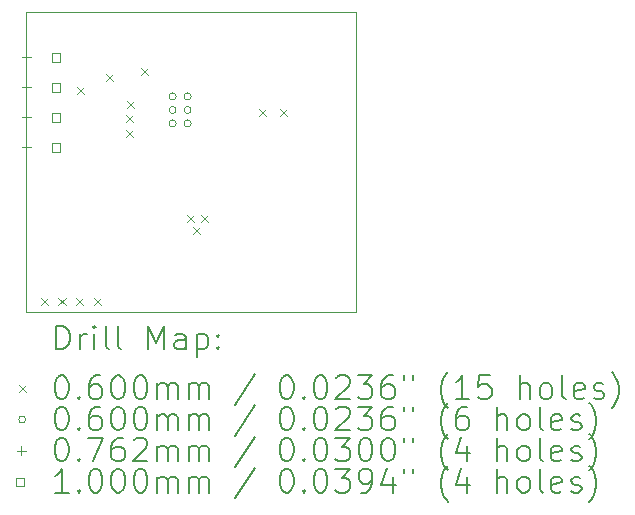
<source format=gbr>
%TF.GenerationSoftware,KiCad,Pcbnew,(6.0.8)*%
%TF.CreationDate,2023-05-10T13:59:26+02:00*%
%TF.ProjectId,02_Batt_Alim,30325f42-6174-4745-9f41-6c696d2e6b69,rev?*%
%TF.SameCoordinates,Original*%
%TF.FileFunction,Drillmap*%
%TF.FilePolarity,Positive*%
%FSLAX45Y45*%
G04 Gerber Fmt 4.5, Leading zero omitted, Abs format (unit mm)*
G04 Created by KiCad (PCBNEW (6.0.8)) date 2023-05-10 13:59:26*
%MOMM*%
%LPD*%
G01*
G04 APERTURE LIST*
%ADD10C,0.050000*%
%ADD11C,0.200000*%
%ADD12C,0.060000*%
%ADD13C,0.076200*%
%ADD14C,0.100000*%
G04 APERTURE END LIST*
D10*
X12954000Y-8763000D02*
X10160000Y-8763000D01*
X10160000Y-6223000D02*
X10160000Y-6477000D01*
X10160000Y-6223000D02*
X12954000Y-6223000D01*
X10160000Y-7493000D02*
X10160000Y-8763000D01*
X10160000Y-7493000D02*
X10160000Y-6477000D01*
X12954000Y-6223000D02*
X12954000Y-8763000D01*
D11*
D12*
X10284000Y-8644000D02*
X10344000Y-8704000D01*
X10344000Y-8644000D02*
X10284000Y-8704000D01*
X10434000Y-8644000D02*
X10494000Y-8704000D01*
X10494000Y-8644000D02*
X10434000Y-8704000D01*
X10584000Y-8644000D02*
X10644000Y-8704000D01*
X10644000Y-8644000D02*
X10584000Y-8704000D01*
X10594000Y-6854000D02*
X10654000Y-6914000D01*
X10654000Y-6854000D02*
X10594000Y-6914000D01*
X10734000Y-8644000D02*
X10794000Y-8704000D01*
X10794000Y-8644000D02*
X10734000Y-8704000D01*
X10834000Y-6744000D02*
X10894000Y-6804000D01*
X10894000Y-6744000D02*
X10834000Y-6804000D01*
X11009000Y-7094000D02*
X11069000Y-7154000D01*
X11069000Y-7094000D02*
X11009000Y-7154000D01*
X11009000Y-7219000D02*
X11069000Y-7279000D01*
X11069000Y-7219000D02*
X11009000Y-7279000D01*
X11014000Y-6973424D02*
X11074000Y-7033424D01*
X11074000Y-6973424D02*
X11014000Y-7033424D01*
X11134000Y-6694000D02*
X11194000Y-6754000D01*
X11194000Y-6694000D02*
X11134000Y-6754000D01*
X11521920Y-7935440D02*
X11581920Y-7995440D01*
X11581920Y-7935440D02*
X11521920Y-7995440D01*
X11575260Y-8042120D02*
X11635260Y-8102120D01*
X11635260Y-8042120D02*
X11575260Y-8102120D01*
X11638760Y-7940520D02*
X11698760Y-8000520D01*
X11698760Y-7940520D02*
X11638760Y-8000520D01*
X12134060Y-7038820D02*
X12194060Y-7098820D01*
X12194060Y-7038820D02*
X12134060Y-7098820D01*
X12306780Y-7038820D02*
X12366780Y-7098820D01*
X12366780Y-7038820D02*
X12306780Y-7098820D01*
X11430500Y-6934700D02*
G75*
G03*
X11430500Y-6934700I-30000J0D01*
G01*
X11430500Y-7049000D02*
G75*
G03*
X11430500Y-7049000I-30000J0D01*
G01*
X11430500Y-7163300D02*
G75*
G03*
X11430500Y-7163300I-30000J0D01*
G01*
X11557500Y-6934700D02*
G75*
G03*
X11557500Y-6934700I-30000J0D01*
G01*
X11557500Y-7049000D02*
G75*
G03*
X11557500Y-7049000I-30000J0D01*
G01*
X11557500Y-7163300D02*
G75*
G03*
X11557500Y-7163300I-30000J0D01*
G01*
D13*
X10160000Y-6565900D02*
X10160000Y-6642100D01*
X10121900Y-6604000D02*
X10198100Y-6604000D01*
X10160000Y-6819900D02*
X10160000Y-6896100D01*
X10121900Y-6858000D02*
X10198100Y-6858000D01*
X10160000Y-7073900D02*
X10160000Y-7150100D01*
X10121900Y-7112000D02*
X10198100Y-7112000D01*
X10160000Y-7327900D02*
X10160000Y-7404100D01*
X10121900Y-7366000D02*
X10198100Y-7366000D01*
D14*
X10449356Y-6639356D02*
X10449356Y-6568644D01*
X10378644Y-6568644D01*
X10378644Y-6639356D01*
X10449356Y-6639356D01*
X10449356Y-6893356D02*
X10449356Y-6822644D01*
X10378644Y-6822644D01*
X10378644Y-6893356D01*
X10449356Y-6893356D01*
X10449356Y-7147356D02*
X10449356Y-7076644D01*
X10378644Y-7076644D01*
X10378644Y-7147356D01*
X10449356Y-7147356D01*
X10449356Y-7401356D02*
X10449356Y-7330644D01*
X10378644Y-7330644D01*
X10378644Y-7401356D01*
X10449356Y-7401356D01*
D11*
X10415119Y-9075976D02*
X10415119Y-8875976D01*
X10462738Y-8875976D01*
X10491310Y-8885500D01*
X10510357Y-8904548D01*
X10519881Y-8923595D01*
X10529405Y-8961690D01*
X10529405Y-8990262D01*
X10519881Y-9028357D01*
X10510357Y-9047405D01*
X10491310Y-9066452D01*
X10462738Y-9075976D01*
X10415119Y-9075976D01*
X10615119Y-9075976D02*
X10615119Y-8942643D01*
X10615119Y-8980738D02*
X10624643Y-8961690D01*
X10634167Y-8952167D01*
X10653214Y-8942643D01*
X10672262Y-8942643D01*
X10738929Y-9075976D02*
X10738929Y-8942643D01*
X10738929Y-8875976D02*
X10729405Y-8885500D01*
X10738929Y-8895024D01*
X10748452Y-8885500D01*
X10738929Y-8875976D01*
X10738929Y-8895024D01*
X10862738Y-9075976D02*
X10843690Y-9066452D01*
X10834167Y-9047405D01*
X10834167Y-8875976D01*
X10967500Y-9075976D02*
X10948452Y-9066452D01*
X10938929Y-9047405D01*
X10938929Y-8875976D01*
X11196071Y-9075976D02*
X11196071Y-8875976D01*
X11262738Y-9018833D01*
X11329405Y-8875976D01*
X11329405Y-9075976D01*
X11510357Y-9075976D02*
X11510357Y-8971214D01*
X11500833Y-8952167D01*
X11481786Y-8942643D01*
X11443690Y-8942643D01*
X11424643Y-8952167D01*
X11510357Y-9066452D02*
X11491309Y-9075976D01*
X11443690Y-9075976D01*
X11424643Y-9066452D01*
X11415119Y-9047405D01*
X11415119Y-9028357D01*
X11424643Y-9009310D01*
X11443690Y-8999786D01*
X11491309Y-8999786D01*
X11510357Y-8990262D01*
X11605595Y-8942643D02*
X11605595Y-9142643D01*
X11605595Y-8952167D02*
X11624643Y-8942643D01*
X11662738Y-8942643D01*
X11681786Y-8952167D01*
X11691309Y-8961690D01*
X11700833Y-8980738D01*
X11700833Y-9037881D01*
X11691309Y-9056929D01*
X11681786Y-9066452D01*
X11662738Y-9075976D01*
X11624643Y-9075976D01*
X11605595Y-9066452D01*
X11786548Y-9056929D02*
X11796071Y-9066452D01*
X11786548Y-9075976D01*
X11777024Y-9066452D01*
X11786548Y-9056929D01*
X11786548Y-9075976D01*
X11786548Y-8952167D02*
X11796071Y-8961690D01*
X11786548Y-8971214D01*
X11777024Y-8961690D01*
X11786548Y-8952167D01*
X11786548Y-8971214D01*
D12*
X10097500Y-9375500D02*
X10157500Y-9435500D01*
X10157500Y-9375500D02*
X10097500Y-9435500D01*
D11*
X10453214Y-9295976D02*
X10472262Y-9295976D01*
X10491310Y-9305500D01*
X10500833Y-9315024D01*
X10510357Y-9334071D01*
X10519881Y-9372167D01*
X10519881Y-9419786D01*
X10510357Y-9457881D01*
X10500833Y-9476929D01*
X10491310Y-9486452D01*
X10472262Y-9495976D01*
X10453214Y-9495976D01*
X10434167Y-9486452D01*
X10424643Y-9476929D01*
X10415119Y-9457881D01*
X10405595Y-9419786D01*
X10405595Y-9372167D01*
X10415119Y-9334071D01*
X10424643Y-9315024D01*
X10434167Y-9305500D01*
X10453214Y-9295976D01*
X10605595Y-9476929D02*
X10615119Y-9486452D01*
X10605595Y-9495976D01*
X10596071Y-9486452D01*
X10605595Y-9476929D01*
X10605595Y-9495976D01*
X10786548Y-9295976D02*
X10748452Y-9295976D01*
X10729405Y-9305500D01*
X10719881Y-9315024D01*
X10700833Y-9343595D01*
X10691310Y-9381690D01*
X10691310Y-9457881D01*
X10700833Y-9476929D01*
X10710357Y-9486452D01*
X10729405Y-9495976D01*
X10767500Y-9495976D01*
X10786548Y-9486452D01*
X10796071Y-9476929D01*
X10805595Y-9457881D01*
X10805595Y-9410262D01*
X10796071Y-9391214D01*
X10786548Y-9381690D01*
X10767500Y-9372167D01*
X10729405Y-9372167D01*
X10710357Y-9381690D01*
X10700833Y-9391214D01*
X10691310Y-9410262D01*
X10929405Y-9295976D02*
X10948452Y-9295976D01*
X10967500Y-9305500D01*
X10977024Y-9315024D01*
X10986548Y-9334071D01*
X10996071Y-9372167D01*
X10996071Y-9419786D01*
X10986548Y-9457881D01*
X10977024Y-9476929D01*
X10967500Y-9486452D01*
X10948452Y-9495976D01*
X10929405Y-9495976D01*
X10910357Y-9486452D01*
X10900833Y-9476929D01*
X10891310Y-9457881D01*
X10881786Y-9419786D01*
X10881786Y-9372167D01*
X10891310Y-9334071D01*
X10900833Y-9315024D01*
X10910357Y-9305500D01*
X10929405Y-9295976D01*
X11119881Y-9295976D02*
X11138929Y-9295976D01*
X11157976Y-9305500D01*
X11167500Y-9315024D01*
X11177024Y-9334071D01*
X11186548Y-9372167D01*
X11186548Y-9419786D01*
X11177024Y-9457881D01*
X11167500Y-9476929D01*
X11157976Y-9486452D01*
X11138929Y-9495976D01*
X11119881Y-9495976D01*
X11100833Y-9486452D01*
X11091310Y-9476929D01*
X11081786Y-9457881D01*
X11072262Y-9419786D01*
X11072262Y-9372167D01*
X11081786Y-9334071D01*
X11091310Y-9315024D01*
X11100833Y-9305500D01*
X11119881Y-9295976D01*
X11272262Y-9495976D02*
X11272262Y-9362643D01*
X11272262Y-9381690D02*
X11281786Y-9372167D01*
X11300833Y-9362643D01*
X11329405Y-9362643D01*
X11348452Y-9372167D01*
X11357976Y-9391214D01*
X11357976Y-9495976D01*
X11357976Y-9391214D02*
X11367500Y-9372167D01*
X11386548Y-9362643D01*
X11415119Y-9362643D01*
X11434167Y-9372167D01*
X11443690Y-9391214D01*
X11443690Y-9495976D01*
X11538928Y-9495976D02*
X11538928Y-9362643D01*
X11538928Y-9381690D02*
X11548452Y-9372167D01*
X11567500Y-9362643D01*
X11596071Y-9362643D01*
X11615119Y-9372167D01*
X11624643Y-9391214D01*
X11624643Y-9495976D01*
X11624643Y-9391214D02*
X11634167Y-9372167D01*
X11653214Y-9362643D01*
X11681786Y-9362643D01*
X11700833Y-9372167D01*
X11710357Y-9391214D01*
X11710357Y-9495976D01*
X12100833Y-9286452D02*
X11929405Y-9543595D01*
X12357976Y-9295976D02*
X12377024Y-9295976D01*
X12396071Y-9305500D01*
X12405595Y-9315024D01*
X12415119Y-9334071D01*
X12424643Y-9372167D01*
X12424643Y-9419786D01*
X12415119Y-9457881D01*
X12405595Y-9476929D01*
X12396071Y-9486452D01*
X12377024Y-9495976D01*
X12357976Y-9495976D01*
X12338928Y-9486452D01*
X12329405Y-9476929D01*
X12319881Y-9457881D01*
X12310357Y-9419786D01*
X12310357Y-9372167D01*
X12319881Y-9334071D01*
X12329405Y-9315024D01*
X12338928Y-9305500D01*
X12357976Y-9295976D01*
X12510357Y-9476929D02*
X12519881Y-9486452D01*
X12510357Y-9495976D01*
X12500833Y-9486452D01*
X12510357Y-9476929D01*
X12510357Y-9495976D01*
X12643690Y-9295976D02*
X12662738Y-9295976D01*
X12681786Y-9305500D01*
X12691309Y-9315024D01*
X12700833Y-9334071D01*
X12710357Y-9372167D01*
X12710357Y-9419786D01*
X12700833Y-9457881D01*
X12691309Y-9476929D01*
X12681786Y-9486452D01*
X12662738Y-9495976D01*
X12643690Y-9495976D01*
X12624643Y-9486452D01*
X12615119Y-9476929D01*
X12605595Y-9457881D01*
X12596071Y-9419786D01*
X12596071Y-9372167D01*
X12605595Y-9334071D01*
X12615119Y-9315024D01*
X12624643Y-9305500D01*
X12643690Y-9295976D01*
X12786548Y-9315024D02*
X12796071Y-9305500D01*
X12815119Y-9295976D01*
X12862738Y-9295976D01*
X12881786Y-9305500D01*
X12891309Y-9315024D01*
X12900833Y-9334071D01*
X12900833Y-9353119D01*
X12891309Y-9381690D01*
X12777024Y-9495976D01*
X12900833Y-9495976D01*
X12967500Y-9295976D02*
X13091309Y-9295976D01*
X13024643Y-9372167D01*
X13053214Y-9372167D01*
X13072262Y-9381690D01*
X13081786Y-9391214D01*
X13091309Y-9410262D01*
X13091309Y-9457881D01*
X13081786Y-9476929D01*
X13072262Y-9486452D01*
X13053214Y-9495976D01*
X12996071Y-9495976D01*
X12977024Y-9486452D01*
X12967500Y-9476929D01*
X13262738Y-9295976D02*
X13224643Y-9295976D01*
X13205595Y-9305500D01*
X13196071Y-9315024D01*
X13177024Y-9343595D01*
X13167500Y-9381690D01*
X13167500Y-9457881D01*
X13177024Y-9476929D01*
X13186548Y-9486452D01*
X13205595Y-9495976D01*
X13243690Y-9495976D01*
X13262738Y-9486452D01*
X13272262Y-9476929D01*
X13281786Y-9457881D01*
X13281786Y-9410262D01*
X13272262Y-9391214D01*
X13262738Y-9381690D01*
X13243690Y-9372167D01*
X13205595Y-9372167D01*
X13186548Y-9381690D01*
X13177024Y-9391214D01*
X13167500Y-9410262D01*
X13357976Y-9295976D02*
X13357976Y-9334071D01*
X13434167Y-9295976D02*
X13434167Y-9334071D01*
X13729405Y-9572167D02*
X13719881Y-9562643D01*
X13700833Y-9534071D01*
X13691309Y-9515024D01*
X13681786Y-9486452D01*
X13672262Y-9438833D01*
X13672262Y-9400738D01*
X13681786Y-9353119D01*
X13691309Y-9324548D01*
X13700833Y-9305500D01*
X13719881Y-9276929D01*
X13729405Y-9267405D01*
X13910357Y-9495976D02*
X13796071Y-9495976D01*
X13853214Y-9495976D02*
X13853214Y-9295976D01*
X13834167Y-9324548D01*
X13815119Y-9343595D01*
X13796071Y-9353119D01*
X14091309Y-9295976D02*
X13996071Y-9295976D01*
X13986548Y-9391214D01*
X13996071Y-9381690D01*
X14015119Y-9372167D01*
X14062738Y-9372167D01*
X14081786Y-9381690D01*
X14091309Y-9391214D01*
X14100833Y-9410262D01*
X14100833Y-9457881D01*
X14091309Y-9476929D01*
X14081786Y-9486452D01*
X14062738Y-9495976D01*
X14015119Y-9495976D01*
X13996071Y-9486452D01*
X13986548Y-9476929D01*
X14338928Y-9495976D02*
X14338928Y-9295976D01*
X14424643Y-9495976D02*
X14424643Y-9391214D01*
X14415119Y-9372167D01*
X14396071Y-9362643D01*
X14367500Y-9362643D01*
X14348452Y-9372167D01*
X14338928Y-9381690D01*
X14548452Y-9495976D02*
X14529405Y-9486452D01*
X14519881Y-9476929D01*
X14510357Y-9457881D01*
X14510357Y-9400738D01*
X14519881Y-9381690D01*
X14529405Y-9372167D01*
X14548452Y-9362643D01*
X14577024Y-9362643D01*
X14596071Y-9372167D01*
X14605595Y-9381690D01*
X14615119Y-9400738D01*
X14615119Y-9457881D01*
X14605595Y-9476929D01*
X14596071Y-9486452D01*
X14577024Y-9495976D01*
X14548452Y-9495976D01*
X14729405Y-9495976D02*
X14710357Y-9486452D01*
X14700833Y-9467405D01*
X14700833Y-9295976D01*
X14881786Y-9486452D02*
X14862738Y-9495976D01*
X14824643Y-9495976D01*
X14805595Y-9486452D01*
X14796071Y-9467405D01*
X14796071Y-9391214D01*
X14805595Y-9372167D01*
X14824643Y-9362643D01*
X14862738Y-9362643D01*
X14881786Y-9372167D01*
X14891309Y-9391214D01*
X14891309Y-9410262D01*
X14796071Y-9429310D01*
X14967500Y-9486452D02*
X14986548Y-9495976D01*
X15024643Y-9495976D01*
X15043690Y-9486452D01*
X15053214Y-9467405D01*
X15053214Y-9457881D01*
X15043690Y-9438833D01*
X15024643Y-9429310D01*
X14996071Y-9429310D01*
X14977024Y-9419786D01*
X14967500Y-9400738D01*
X14967500Y-9391214D01*
X14977024Y-9372167D01*
X14996071Y-9362643D01*
X15024643Y-9362643D01*
X15043690Y-9372167D01*
X15119881Y-9572167D02*
X15129405Y-9562643D01*
X15148452Y-9534071D01*
X15157976Y-9515024D01*
X15167500Y-9486452D01*
X15177024Y-9438833D01*
X15177024Y-9400738D01*
X15167500Y-9353119D01*
X15157976Y-9324548D01*
X15148452Y-9305500D01*
X15129405Y-9276929D01*
X15119881Y-9267405D01*
D12*
X10157500Y-9669500D02*
G75*
G03*
X10157500Y-9669500I-30000J0D01*
G01*
D11*
X10453214Y-9559976D02*
X10472262Y-9559976D01*
X10491310Y-9569500D01*
X10500833Y-9579024D01*
X10510357Y-9598071D01*
X10519881Y-9636167D01*
X10519881Y-9683786D01*
X10510357Y-9721881D01*
X10500833Y-9740929D01*
X10491310Y-9750452D01*
X10472262Y-9759976D01*
X10453214Y-9759976D01*
X10434167Y-9750452D01*
X10424643Y-9740929D01*
X10415119Y-9721881D01*
X10405595Y-9683786D01*
X10405595Y-9636167D01*
X10415119Y-9598071D01*
X10424643Y-9579024D01*
X10434167Y-9569500D01*
X10453214Y-9559976D01*
X10605595Y-9740929D02*
X10615119Y-9750452D01*
X10605595Y-9759976D01*
X10596071Y-9750452D01*
X10605595Y-9740929D01*
X10605595Y-9759976D01*
X10786548Y-9559976D02*
X10748452Y-9559976D01*
X10729405Y-9569500D01*
X10719881Y-9579024D01*
X10700833Y-9607595D01*
X10691310Y-9645690D01*
X10691310Y-9721881D01*
X10700833Y-9740929D01*
X10710357Y-9750452D01*
X10729405Y-9759976D01*
X10767500Y-9759976D01*
X10786548Y-9750452D01*
X10796071Y-9740929D01*
X10805595Y-9721881D01*
X10805595Y-9674262D01*
X10796071Y-9655214D01*
X10786548Y-9645690D01*
X10767500Y-9636167D01*
X10729405Y-9636167D01*
X10710357Y-9645690D01*
X10700833Y-9655214D01*
X10691310Y-9674262D01*
X10929405Y-9559976D02*
X10948452Y-9559976D01*
X10967500Y-9569500D01*
X10977024Y-9579024D01*
X10986548Y-9598071D01*
X10996071Y-9636167D01*
X10996071Y-9683786D01*
X10986548Y-9721881D01*
X10977024Y-9740929D01*
X10967500Y-9750452D01*
X10948452Y-9759976D01*
X10929405Y-9759976D01*
X10910357Y-9750452D01*
X10900833Y-9740929D01*
X10891310Y-9721881D01*
X10881786Y-9683786D01*
X10881786Y-9636167D01*
X10891310Y-9598071D01*
X10900833Y-9579024D01*
X10910357Y-9569500D01*
X10929405Y-9559976D01*
X11119881Y-9559976D02*
X11138929Y-9559976D01*
X11157976Y-9569500D01*
X11167500Y-9579024D01*
X11177024Y-9598071D01*
X11186548Y-9636167D01*
X11186548Y-9683786D01*
X11177024Y-9721881D01*
X11167500Y-9740929D01*
X11157976Y-9750452D01*
X11138929Y-9759976D01*
X11119881Y-9759976D01*
X11100833Y-9750452D01*
X11091310Y-9740929D01*
X11081786Y-9721881D01*
X11072262Y-9683786D01*
X11072262Y-9636167D01*
X11081786Y-9598071D01*
X11091310Y-9579024D01*
X11100833Y-9569500D01*
X11119881Y-9559976D01*
X11272262Y-9759976D02*
X11272262Y-9626643D01*
X11272262Y-9645690D02*
X11281786Y-9636167D01*
X11300833Y-9626643D01*
X11329405Y-9626643D01*
X11348452Y-9636167D01*
X11357976Y-9655214D01*
X11357976Y-9759976D01*
X11357976Y-9655214D02*
X11367500Y-9636167D01*
X11386548Y-9626643D01*
X11415119Y-9626643D01*
X11434167Y-9636167D01*
X11443690Y-9655214D01*
X11443690Y-9759976D01*
X11538928Y-9759976D02*
X11538928Y-9626643D01*
X11538928Y-9645690D02*
X11548452Y-9636167D01*
X11567500Y-9626643D01*
X11596071Y-9626643D01*
X11615119Y-9636167D01*
X11624643Y-9655214D01*
X11624643Y-9759976D01*
X11624643Y-9655214D02*
X11634167Y-9636167D01*
X11653214Y-9626643D01*
X11681786Y-9626643D01*
X11700833Y-9636167D01*
X11710357Y-9655214D01*
X11710357Y-9759976D01*
X12100833Y-9550452D02*
X11929405Y-9807595D01*
X12357976Y-9559976D02*
X12377024Y-9559976D01*
X12396071Y-9569500D01*
X12405595Y-9579024D01*
X12415119Y-9598071D01*
X12424643Y-9636167D01*
X12424643Y-9683786D01*
X12415119Y-9721881D01*
X12405595Y-9740929D01*
X12396071Y-9750452D01*
X12377024Y-9759976D01*
X12357976Y-9759976D01*
X12338928Y-9750452D01*
X12329405Y-9740929D01*
X12319881Y-9721881D01*
X12310357Y-9683786D01*
X12310357Y-9636167D01*
X12319881Y-9598071D01*
X12329405Y-9579024D01*
X12338928Y-9569500D01*
X12357976Y-9559976D01*
X12510357Y-9740929D02*
X12519881Y-9750452D01*
X12510357Y-9759976D01*
X12500833Y-9750452D01*
X12510357Y-9740929D01*
X12510357Y-9759976D01*
X12643690Y-9559976D02*
X12662738Y-9559976D01*
X12681786Y-9569500D01*
X12691309Y-9579024D01*
X12700833Y-9598071D01*
X12710357Y-9636167D01*
X12710357Y-9683786D01*
X12700833Y-9721881D01*
X12691309Y-9740929D01*
X12681786Y-9750452D01*
X12662738Y-9759976D01*
X12643690Y-9759976D01*
X12624643Y-9750452D01*
X12615119Y-9740929D01*
X12605595Y-9721881D01*
X12596071Y-9683786D01*
X12596071Y-9636167D01*
X12605595Y-9598071D01*
X12615119Y-9579024D01*
X12624643Y-9569500D01*
X12643690Y-9559976D01*
X12786548Y-9579024D02*
X12796071Y-9569500D01*
X12815119Y-9559976D01*
X12862738Y-9559976D01*
X12881786Y-9569500D01*
X12891309Y-9579024D01*
X12900833Y-9598071D01*
X12900833Y-9617119D01*
X12891309Y-9645690D01*
X12777024Y-9759976D01*
X12900833Y-9759976D01*
X12967500Y-9559976D02*
X13091309Y-9559976D01*
X13024643Y-9636167D01*
X13053214Y-9636167D01*
X13072262Y-9645690D01*
X13081786Y-9655214D01*
X13091309Y-9674262D01*
X13091309Y-9721881D01*
X13081786Y-9740929D01*
X13072262Y-9750452D01*
X13053214Y-9759976D01*
X12996071Y-9759976D01*
X12977024Y-9750452D01*
X12967500Y-9740929D01*
X13262738Y-9559976D02*
X13224643Y-9559976D01*
X13205595Y-9569500D01*
X13196071Y-9579024D01*
X13177024Y-9607595D01*
X13167500Y-9645690D01*
X13167500Y-9721881D01*
X13177024Y-9740929D01*
X13186548Y-9750452D01*
X13205595Y-9759976D01*
X13243690Y-9759976D01*
X13262738Y-9750452D01*
X13272262Y-9740929D01*
X13281786Y-9721881D01*
X13281786Y-9674262D01*
X13272262Y-9655214D01*
X13262738Y-9645690D01*
X13243690Y-9636167D01*
X13205595Y-9636167D01*
X13186548Y-9645690D01*
X13177024Y-9655214D01*
X13167500Y-9674262D01*
X13357976Y-9559976D02*
X13357976Y-9598071D01*
X13434167Y-9559976D02*
X13434167Y-9598071D01*
X13729405Y-9836167D02*
X13719881Y-9826643D01*
X13700833Y-9798071D01*
X13691309Y-9779024D01*
X13681786Y-9750452D01*
X13672262Y-9702833D01*
X13672262Y-9664738D01*
X13681786Y-9617119D01*
X13691309Y-9588548D01*
X13700833Y-9569500D01*
X13719881Y-9540929D01*
X13729405Y-9531405D01*
X13891309Y-9559976D02*
X13853214Y-9559976D01*
X13834167Y-9569500D01*
X13824643Y-9579024D01*
X13805595Y-9607595D01*
X13796071Y-9645690D01*
X13796071Y-9721881D01*
X13805595Y-9740929D01*
X13815119Y-9750452D01*
X13834167Y-9759976D01*
X13872262Y-9759976D01*
X13891309Y-9750452D01*
X13900833Y-9740929D01*
X13910357Y-9721881D01*
X13910357Y-9674262D01*
X13900833Y-9655214D01*
X13891309Y-9645690D01*
X13872262Y-9636167D01*
X13834167Y-9636167D01*
X13815119Y-9645690D01*
X13805595Y-9655214D01*
X13796071Y-9674262D01*
X14148452Y-9759976D02*
X14148452Y-9559976D01*
X14234167Y-9759976D02*
X14234167Y-9655214D01*
X14224643Y-9636167D01*
X14205595Y-9626643D01*
X14177024Y-9626643D01*
X14157976Y-9636167D01*
X14148452Y-9645690D01*
X14357976Y-9759976D02*
X14338928Y-9750452D01*
X14329405Y-9740929D01*
X14319881Y-9721881D01*
X14319881Y-9664738D01*
X14329405Y-9645690D01*
X14338928Y-9636167D01*
X14357976Y-9626643D01*
X14386548Y-9626643D01*
X14405595Y-9636167D01*
X14415119Y-9645690D01*
X14424643Y-9664738D01*
X14424643Y-9721881D01*
X14415119Y-9740929D01*
X14405595Y-9750452D01*
X14386548Y-9759976D01*
X14357976Y-9759976D01*
X14538928Y-9759976D02*
X14519881Y-9750452D01*
X14510357Y-9731405D01*
X14510357Y-9559976D01*
X14691309Y-9750452D02*
X14672262Y-9759976D01*
X14634167Y-9759976D01*
X14615119Y-9750452D01*
X14605595Y-9731405D01*
X14605595Y-9655214D01*
X14615119Y-9636167D01*
X14634167Y-9626643D01*
X14672262Y-9626643D01*
X14691309Y-9636167D01*
X14700833Y-9655214D01*
X14700833Y-9674262D01*
X14605595Y-9693310D01*
X14777024Y-9750452D02*
X14796071Y-9759976D01*
X14834167Y-9759976D01*
X14853214Y-9750452D01*
X14862738Y-9731405D01*
X14862738Y-9721881D01*
X14853214Y-9702833D01*
X14834167Y-9693310D01*
X14805595Y-9693310D01*
X14786548Y-9683786D01*
X14777024Y-9664738D01*
X14777024Y-9655214D01*
X14786548Y-9636167D01*
X14805595Y-9626643D01*
X14834167Y-9626643D01*
X14853214Y-9636167D01*
X14929405Y-9836167D02*
X14938928Y-9826643D01*
X14957976Y-9798071D01*
X14967500Y-9779024D01*
X14977024Y-9750452D01*
X14986548Y-9702833D01*
X14986548Y-9664738D01*
X14977024Y-9617119D01*
X14967500Y-9588548D01*
X14957976Y-9569500D01*
X14938928Y-9540929D01*
X14929405Y-9531405D01*
D13*
X10119400Y-9895400D02*
X10119400Y-9971600D01*
X10081300Y-9933500D02*
X10157500Y-9933500D01*
D11*
X10453214Y-9823976D02*
X10472262Y-9823976D01*
X10491310Y-9833500D01*
X10500833Y-9843024D01*
X10510357Y-9862071D01*
X10519881Y-9900167D01*
X10519881Y-9947786D01*
X10510357Y-9985881D01*
X10500833Y-10004929D01*
X10491310Y-10014452D01*
X10472262Y-10023976D01*
X10453214Y-10023976D01*
X10434167Y-10014452D01*
X10424643Y-10004929D01*
X10415119Y-9985881D01*
X10405595Y-9947786D01*
X10405595Y-9900167D01*
X10415119Y-9862071D01*
X10424643Y-9843024D01*
X10434167Y-9833500D01*
X10453214Y-9823976D01*
X10605595Y-10004929D02*
X10615119Y-10014452D01*
X10605595Y-10023976D01*
X10596071Y-10014452D01*
X10605595Y-10004929D01*
X10605595Y-10023976D01*
X10681786Y-9823976D02*
X10815119Y-9823976D01*
X10729405Y-10023976D01*
X10977024Y-9823976D02*
X10938929Y-9823976D01*
X10919881Y-9833500D01*
X10910357Y-9843024D01*
X10891310Y-9871595D01*
X10881786Y-9909690D01*
X10881786Y-9985881D01*
X10891310Y-10004929D01*
X10900833Y-10014452D01*
X10919881Y-10023976D01*
X10957976Y-10023976D01*
X10977024Y-10014452D01*
X10986548Y-10004929D01*
X10996071Y-9985881D01*
X10996071Y-9938262D01*
X10986548Y-9919214D01*
X10977024Y-9909690D01*
X10957976Y-9900167D01*
X10919881Y-9900167D01*
X10900833Y-9909690D01*
X10891310Y-9919214D01*
X10881786Y-9938262D01*
X11072262Y-9843024D02*
X11081786Y-9833500D01*
X11100833Y-9823976D01*
X11148452Y-9823976D01*
X11167500Y-9833500D01*
X11177024Y-9843024D01*
X11186548Y-9862071D01*
X11186548Y-9881119D01*
X11177024Y-9909690D01*
X11062738Y-10023976D01*
X11186548Y-10023976D01*
X11272262Y-10023976D02*
X11272262Y-9890643D01*
X11272262Y-9909690D02*
X11281786Y-9900167D01*
X11300833Y-9890643D01*
X11329405Y-9890643D01*
X11348452Y-9900167D01*
X11357976Y-9919214D01*
X11357976Y-10023976D01*
X11357976Y-9919214D02*
X11367500Y-9900167D01*
X11386548Y-9890643D01*
X11415119Y-9890643D01*
X11434167Y-9900167D01*
X11443690Y-9919214D01*
X11443690Y-10023976D01*
X11538928Y-10023976D02*
X11538928Y-9890643D01*
X11538928Y-9909690D02*
X11548452Y-9900167D01*
X11567500Y-9890643D01*
X11596071Y-9890643D01*
X11615119Y-9900167D01*
X11624643Y-9919214D01*
X11624643Y-10023976D01*
X11624643Y-9919214D02*
X11634167Y-9900167D01*
X11653214Y-9890643D01*
X11681786Y-9890643D01*
X11700833Y-9900167D01*
X11710357Y-9919214D01*
X11710357Y-10023976D01*
X12100833Y-9814452D02*
X11929405Y-10071595D01*
X12357976Y-9823976D02*
X12377024Y-9823976D01*
X12396071Y-9833500D01*
X12405595Y-9843024D01*
X12415119Y-9862071D01*
X12424643Y-9900167D01*
X12424643Y-9947786D01*
X12415119Y-9985881D01*
X12405595Y-10004929D01*
X12396071Y-10014452D01*
X12377024Y-10023976D01*
X12357976Y-10023976D01*
X12338928Y-10014452D01*
X12329405Y-10004929D01*
X12319881Y-9985881D01*
X12310357Y-9947786D01*
X12310357Y-9900167D01*
X12319881Y-9862071D01*
X12329405Y-9843024D01*
X12338928Y-9833500D01*
X12357976Y-9823976D01*
X12510357Y-10004929D02*
X12519881Y-10014452D01*
X12510357Y-10023976D01*
X12500833Y-10014452D01*
X12510357Y-10004929D01*
X12510357Y-10023976D01*
X12643690Y-9823976D02*
X12662738Y-9823976D01*
X12681786Y-9833500D01*
X12691309Y-9843024D01*
X12700833Y-9862071D01*
X12710357Y-9900167D01*
X12710357Y-9947786D01*
X12700833Y-9985881D01*
X12691309Y-10004929D01*
X12681786Y-10014452D01*
X12662738Y-10023976D01*
X12643690Y-10023976D01*
X12624643Y-10014452D01*
X12615119Y-10004929D01*
X12605595Y-9985881D01*
X12596071Y-9947786D01*
X12596071Y-9900167D01*
X12605595Y-9862071D01*
X12615119Y-9843024D01*
X12624643Y-9833500D01*
X12643690Y-9823976D01*
X12777024Y-9823976D02*
X12900833Y-9823976D01*
X12834167Y-9900167D01*
X12862738Y-9900167D01*
X12881786Y-9909690D01*
X12891309Y-9919214D01*
X12900833Y-9938262D01*
X12900833Y-9985881D01*
X12891309Y-10004929D01*
X12881786Y-10014452D01*
X12862738Y-10023976D01*
X12805595Y-10023976D01*
X12786548Y-10014452D01*
X12777024Y-10004929D01*
X13024643Y-9823976D02*
X13043690Y-9823976D01*
X13062738Y-9833500D01*
X13072262Y-9843024D01*
X13081786Y-9862071D01*
X13091309Y-9900167D01*
X13091309Y-9947786D01*
X13081786Y-9985881D01*
X13072262Y-10004929D01*
X13062738Y-10014452D01*
X13043690Y-10023976D01*
X13024643Y-10023976D01*
X13005595Y-10014452D01*
X12996071Y-10004929D01*
X12986548Y-9985881D01*
X12977024Y-9947786D01*
X12977024Y-9900167D01*
X12986548Y-9862071D01*
X12996071Y-9843024D01*
X13005595Y-9833500D01*
X13024643Y-9823976D01*
X13215119Y-9823976D02*
X13234167Y-9823976D01*
X13253214Y-9833500D01*
X13262738Y-9843024D01*
X13272262Y-9862071D01*
X13281786Y-9900167D01*
X13281786Y-9947786D01*
X13272262Y-9985881D01*
X13262738Y-10004929D01*
X13253214Y-10014452D01*
X13234167Y-10023976D01*
X13215119Y-10023976D01*
X13196071Y-10014452D01*
X13186548Y-10004929D01*
X13177024Y-9985881D01*
X13167500Y-9947786D01*
X13167500Y-9900167D01*
X13177024Y-9862071D01*
X13186548Y-9843024D01*
X13196071Y-9833500D01*
X13215119Y-9823976D01*
X13357976Y-9823976D02*
X13357976Y-9862071D01*
X13434167Y-9823976D02*
X13434167Y-9862071D01*
X13729405Y-10100167D02*
X13719881Y-10090643D01*
X13700833Y-10062071D01*
X13691309Y-10043024D01*
X13681786Y-10014452D01*
X13672262Y-9966833D01*
X13672262Y-9928738D01*
X13681786Y-9881119D01*
X13691309Y-9852548D01*
X13700833Y-9833500D01*
X13719881Y-9804929D01*
X13729405Y-9795405D01*
X13891309Y-9890643D02*
X13891309Y-10023976D01*
X13843690Y-9814452D02*
X13796071Y-9957310D01*
X13919881Y-9957310D01*
X14148452Y-10023976D02*
X14148452Y-9823976D01*
X14234167Y-10023976D02*
X14234167Y-9919214D01*
X14224643Y-9900167D01*
X14205595Y-9890643D01*
X14177024Y-9890643D01*
X14157976Y-9900167D01*
X14148452Y-9909690D01*
X14357976Y-10023976D02*
X14338928Y-10014452D01*
X14329405Y-10004929D01*
X14319881Y-9985881D01*
X14319881Y-9928738D01*
X14329405Y-9909690D01*
X14338928Y-9900167D01*
X14357976Y-9890643D01*
X14386548Y-9890643D01*
X14405595Y-9900167D01*
X14415119Y-9909690D01*
X14424643Y-9928738D01*
X14424643Y-9985881D01*
X14415119Y-10004929D01*
X14405595Y-10014452D01*
X14386548Y-10023976D01*
X14357976Y-10023976D01*
X14538928Y-10023976D02*
X14519881Y-10014452D01*
X14510357Y-9995405D01*
X14510357Y-9823976D01*
X14691309Y-10014452D02*
X14672262Y-10023976D01*
X14634167Y-10023976D01*
X14615119Y-10014452D01*
X14605595Y-9995405D01*
X14605595Y-9919214D01*
X14615119Y-9900167D01*
X14634167Y-9890643D01*
X14672262Y-9890643D01*
X14691309Y-9900167D01*
X14700833Y-9919214D01*
X14700833Y-9938262D01*
X14605595Y-9957310D01*
X14777024Y-10014452D02*
X14796071Y-10023976D01*
X14834167Y-10023976D01*
X14853214Y-10014452D01*
X14862738Y-9995405D01*
X14862738Y-9985881D01*
X14853214Y-9966833D01*
X14834167Y-9957310D01*
X14805595Y-9957310D01*
X14786548Y-9947786D01*
X14777024Y-9928738D01*
X14777024Y-9919214D01*
X14786548Y-9900167D01*
X14805595Y-9890643D01*
X14834167Y-9890643D01*
X14853214Y-9900167D01*
X14929405Y-10100167D02*
X14938928Y-10090643D01*
X14957976Y-10062071D01*
X14967500Y-10043024D01*
X14977024Y-10014452D01*
X14986548Y-9966833D01*
X14986548Y-9928738D01*
X14977024Y-9881119D01*
X14967500Y-9852548D01*
X14957976Y-9833500D01*
X14938928Y-9804929D01*
X14929405Y-9795405D01*
D14*
X10142856Y-10232856D02*
X10142856Y-10162144D01*
X10072144Y-10162144D01*
X10072144Y-10232856D01*
X10142856Y-10232856D01*
D11*
X10519881Y-10287976D02*
X10405595Y-10287976D01*
X10462738Y-10287976D02*
X10462738Y-10087976D01*
X10443690Y-10116548D01*
X10424643Y-10135595D01*
X10405595Y-10145119D01*
X10605595Y-10268929D02*
X10615119Y-10278452D01*
X10605595Y-10287976D01*
X10596071Y-10278452D01*
X10605595Y-10268929D01*
X10605595Y-10287976D01*
X10738929Y-10087976D02*
X10757976Y-10087976D01*
X10777024Y-10097500D01*
X10786548Y-10107024D01*
X10796071Y-10126071D01*
X10805595Y-10164167D01*
X10805595Y-10211786D01*
X10796071Y-10249881D01*
X10786548Y-10268929D01*
X10777024Y-10278452D01*
X10757976Y-10287976D01*
X10738929Y-10287976D01*
X10719881Y-10278452D01*
X10710357Y-10268929D01*
X10700833Y-10249881D01*
X10691310Y-10211786D01*
X10691310Y-10164167D01*
X10700833Y-10126071D01*
X10710357Y-10107024D01*
X10719881Y-10097500D01*
X10738929Y-10087976D01*
X10929405Y-10087976D02*
X10948452Y-10087976D01*
X10967500Y-10097500D01*
X10977024Y-10107024D01*
X10986548Y-10126071D01*
X10996071Y-10164167D01*
X10996071Y-10211786D01*
X10986548Y-10249881D01*
X10977024Y-10268929D01*
X10967500Y-10278452D01*
X10948452Y-10287976D01*
X10929405Y-10287976D01*
X10910357Y-10278452D01*
X10900833Y-10268929D01*
X10891310Y-10249881D01*
X10881786Y-10211786D01*
X10881786Y-10164167D01*
X10891310Y-10126071D01*
X10900833Y-10107024D01*
X10910357Y-10097500D01*
X10929405Y-10087976D01*
X11119881Y-10087976D02*
X11138929Y-10087976D01*
X11157976Y-10097500D01*
X11167500Y-10107024D01*
X11177024Y-10126071D01*
X11186548Y-10164167D01*
X11186548Y-10211786D01*
X11177024Y-10249881D01*
X11167500Y-10268929D01*
X11157976Y-10278452D01*
X11138929Y-10287976D01*
X11119881Y-10287976D01*
X11100833Y-10278452D01*
X11091310Y-10268929D01*
X11081786Y-10249881D01*
X11072262Y-10211786D01*
X11072262Y-10164167D01*
X11081786Y-10126071D01*
X11091310Y-10107024D01*
X11100833Y-10097500D01*
X11119881Y-10087976D01*
X11272262Y-10287976D02*
X11272262Y-10154643D01*
X11272262Y-10173690D02*
X11281786Y-10164167D01*
X11300833Y-10154643D01*
X11329405Y-10154643D01*
X11348452Y-10164167D01*
X11357976Y-10183214D01*
X11357976Y-10287976D01*
X11357976Y-10183214D02*
X11367500Y-10164167D01*
X11386548Y-10154643D01*
X11415119Y-10154643D01*
X11434167Y-10164167D01*
X11443690Y-10183214D01*
X11443690Y-10287976D01*
X11538928Y-10287976D02*
X11538928Y-10154643D01*
X11538928Y-10173690D02*
X11548452Y-10164167D01*
X11567500Y-10154643D01*
X11596071Y-10154643D01*
X11615119Y-10164167D01*
X11624643Y-10183214D01*
X11624643Y-10287976D01*
X11624643Y-10183214D02*
X11634167Y-10164167D01*
X11653214Y-10154643D01*
X11681786Y-10154643D01*
X11700833Y-10164167D01*
X11710357Y-10183214D01*
X11710357Y-10287976D01*
X12100833Y-10078452D02*
X11929405Y-10335595D01*
X12357976Y-10087976D02*
X12377024Y-10087976D01*
X12396071Y-10097500D01*
X12405595Y-10107024D01*
X12415119Y-10126071D01*
X12424643Y-10164167D01*
X12424643Y-10211786D01*
X12415119Y-10249881D01*
X12405595Y-10268929D01*
X12396071Y-10278452D01*
X12377024Y-10287976D01*
X12357976Y-10287976D01*
X12338928Y-10278452D01*
X12329405Y-10268929D01*
X12319881Y-10249881D01*
X12310357Y-10211786D01*
X12310357Y-10164167D01*
X12319881Y-10126071D01*
X12329405Y-10107024D01*
X12338928Y-10097500D01*
X12357976Y-10087976D01*
X12510357Y-10268929D02*
X12519881Y-10278452D01*
X12510357Y-10287976D01*
X12500833Y-10278452D01*
X12510357Y-10268929D01*
X12510357Y-10287976D01*
X12643690Y-10087976D02*
X12662738Y-10087976D01*
X12681786Y-10097500D01*
X12691309Y-10107024D01*
X12700833Y-10126071D01*
X12710357Y-10164167D01*
X12710357Y-10211786D01*
X12700833Y-10249881D01*
X12691309Y-10268929D01*
X12681786Y-10278452D01*
X12662738Y-10287976D01*
X12643690Y-10287976D01*
X12624643Y-10278452D01*
X12615119Y-10268929D01*
X12605595Y-10249881D01*
X12596071Y-10211786D01*
X12596071Y-10164167D01*
X12605595Y-10126071D01*
X12615119Y-10107024D01*
X12624643Y-10097500D01*
X12643690Y-10087976D01*
X12777024Y-10087976D02*
X12900833Y-10087976D01*
X12834167Y-10164167D01*
X12862738Y-10164167D01*
X12881786Y-10173690D01*
X12891309Y-10183214D01*
X12900833Y-10202262D01*
X12900833Y-10249881D01*
X12891309Y-10268929D01*
X12881786Y-10278452D01*
X12862738Y-10287976D01*
X12805595Y-10287976D01*
X12786548Y-10278452D01*
X12777024Y-10268929D01*
X12996071Y-10287976D02*
X13034167Y-10287976D01*
X13053214Y-10278452D01*
X13062738Y-10268929D01*
X13081786Y-10240357D01*
X13091309Y-10202262D01*
X13091309Y-10126071D01*
X13081786Y-10107024D01*
X13072262Y-10097500D01*
X13053214Y-10087976D01*
X13015119Y-10087976D01*
X12996071Y-10097500D01*
X12986548Y-10107024D01*
X12977024Y-10126071D01*
X12977024Y-10173690D01*
X12986548Y-10192738D01*
X12996071Y-10202262D01*
X13015119Y-10211786D01*
X13053214Y-10211786D01*
X13072262Y-10202262D01*
X13081786Y-10192738D01*
X13091309Y-10173690D01*
X13262738Y-10154643D02*
X13262738Y-10287976D01*
X13215119Y-10078452D02*
X13167500Y-10221310D01*
X13291309Y-10221310D01*
X13357976Y-10087976D02*
X13357976Y-10126071D01*
X13434167Y-10087976D02*
X13434167Y-10126071D01*
X13729405Y-10364167D02*
X13719881Y-10354643D01*
X13700833Y-10326071D01*
X13691309Y-10307024D01*
X13681786Y-10278452D01*
X13672262Y-10230833D01*
X13672262Y-10192738D01*
X13681786Y-10145119D01*
X13691309Y-10116548D01*
X13700833Y-10097500D01*
X13719881Y-10068929D01*
X13729405Y-10059405D01*
X13891309Y-10154643D02*
X13891309Y-10287976D01*
X13843690Y-10078452D02*
X13796071Y-10221310D01*
X13919881Y-10221310D01*
X14148452Y-10287976D02*
X14148452Y-10087976D01*
X14234167Y-10287976D02*
X14234167Y-10183214D01*
X14224643Y-10164167D01*
X14205595Y-10154643D01*
X14177024Y-10154643D01*
X14157976Y-10164167D01*
X14148452Y-10173690D01*
X14357976Y-10287976D02*
X14338928Y-10278452D01*
X14329405Y-10268929D01*
X14319881Y-10249881D01*
X14319881Y-10192738D01*
X14329405Y-10173690D01*
X14338928Y-10164167D01*
X14357976Y-10154643D01*
X14386548Y-10154643D01*
X14405595Y-10164167D01*
X14415119Y-10173690D01*
X14424643Y-10192738D01*
X14424643Y-10249881D01*
X14415119Y-10268929D01*
X14405595Y-10278452D01*
X14386548Y-10287976D01*
X14357976Y-10287976D01*
X14538928Y-10287976D02*
X14519881Y-10278452D01*
X14510357Y-10259405D01*
X14510357Y-10087976D01*
X14691309Y-10278452D02*
X14672262Y-10287976D01*
X14634167Y-10287976D01*
X14615119Y-10278452D01*
X14605595Y-10259405D01*
X14605595Y-10183214D01*
X14615119Y-10164167D01*
X14634167Y-10154643D01*
X14672262Y-10154643D01*
X14691309Y-10164167D01*
X14700833Y-10183214D01*
X14700833Y-10202262D01*
X14605595Y-10221310D01*
X14777024Y-10278452D02*
X14796071Y-10287976D01*
X14834167Y-10287976D01*
X14853214Y-10278452D01*
X14862738Y-10259405D01*
X14862738Y-10249881D01*
X14853214Y-10230833D01*
X14834167Y-10221310D01*
X14805595Y-10221310D01*
X14786548Y-10211786D01*
X14777024Y-10192738D01*
X14777024Y-10183214D01*
X14786548Y-10164167D01*
X14805595Y-10154643D01*
X14834167Y-10154643D01*
X14853214Y-10164167D01*
X14929405Y-10364167D02*
X14938928Y-10354643D01*
X14957976Y-10326071D01*
X14967500Y-10307024D01*
X14977024Y-10278452D01*
X14986548Y-10230833D01*
X14986548Y-10192738D01*
X14977024Y-10145119D01*
X14967500Y-10116548D01*
X14957976Y-10097500D01*
X14938928Y-10068929D01*
X14929405Y-10059405D01*
M02*

</source>
